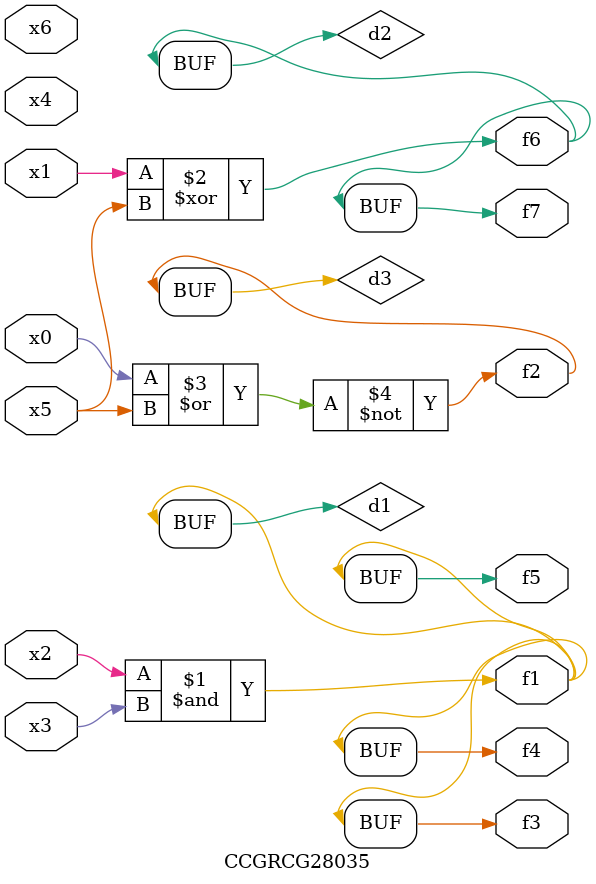
<source format=v>
module CCGRCG28035(
	input x0, x1, x2, x3, x4, x5, x6,
	output f1, f2, f3, f4, f5, f6, f7
);

	wire d1, d2, d3;

	and (d1, x2, x3);
	xor (d2, x1, x5);
	nor (d3, x0, x5);
	assign f1 = d1;
	assign f2 = d3;
	assign f3 = d1;
	assign f4 = d1;
	assign f5 = d1;
	assign f6 = d2;
	assign f7 = d2;
endmodule

</source>
